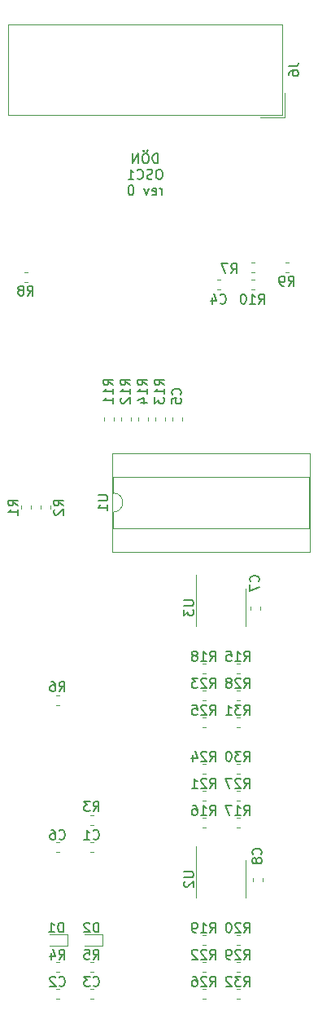
<source format=gbr>
G04 #@! TF.GenerationSoftware,KiCad,Pcbnew,5.1.5-52549c5~84~ubuntu19.04.1*
G04 #@! TF.CreationDate,2020-04-14T21:23:31+02:00*
G04 #@! TF.ProjectId,osc1,6f736331-2e6b-4696-9361-645f70636258,rev?*
G04 #@! TF.SameCoordinates,Original*
G04 #@! TF.FileFunction,Legend,Bot*
G04 #@! TF.FilePolarity,Positive*
%FSLAX46Y46*%
G04 Gerber Fmt 4.6, Leading zero omitted, Abs format (unit mm)*
G04 Created by KiCad (PCBNEW 5.1.5-52549c5~84~ubuntu19.04.1) date 2020-04-14 21:23:31*
%MOMM*%
%LPD*%
G04 APERTURE LIST*
%ADD10C,0.150000*%
%ADD11C,0.120000*%
G04 APERTURE END LIST*
D10*
X95035523Y-84146380D02*
X95035523Y-83146380D01*
X94797428Y-83146380D01*
X94654571Y-83194000D01*
X94559333Y-83289238D01*
X94511714Y-83384476D01*
X94464095Y-83574952D01*
X94464095Y-83717809D01*
X94511714Y-83908285D01*
X94559333Y-84003523D01*
X94654571Y-84098761D01*
X94797428Y-84146380D01*
X95035523Y-84146380D01*
X93845047Y-83146380D02*
X93654571Y-83146380D01*
X93559333Y-83194000D01*
X93464095Y-83289238D01*
X93416476Y-83479714D01*
X93416476Y-83813047D01*
X93464095Y-84003523D01*
X93559333Y-84098761D01*
X93654571Y-84146380D01*
X93845047Y-84146380D01*
X93940285Y-84098761D01*
X94035523Y-84003523D01*
X94083142Y-83813047D01*
X94083142Y-83479714D01*
X94035523Y-83289238D01*
X93940285Y-83194000D01*
X93845047Y-83146380D01*
X93940285Y-82813047D02*
X93892666Y-82860666D01*
X93940285Y-82908285D01*
X93987904Y-82860666D01*
X93940285Y-82813047D01*
X93940285Y-82908285D01*
X93559333Y-82813047D02*
X93511714Y-82860666D01*
X93559333Y-82908285D01*
X93606952Y-82860666D01*
X93559333Y-82813047D01*
X93559333Y-82908285D01*
X92987904Y-84146380D02*
X92987904Y-83146380D01*
X92416476Y-84146380D01*
X92416476Y-83146380D01*
X95273619Y-84796380D02*
X95083142Y-84796380D01*
X94987904Y-84844000D01*
X94892666Y-84939238D01*
X94845047Y-85129714D01*
X94845047Y-85463047D01*
X94892666Y-85653523D01*
X94987904Y-85748761D01*
X95083142Y-85796380D01*
X95273619Y-85796380D01*
X95368857Y-85748761D01*
X95464095Y-85653523D01*
X95511714Y-85463047D01*
X95511714Y-85129714D01*
X95464095Y-84939238D01*
X95368857Y-84844000D01*
X95273619Y-84796380D01*
X94464095Y-85748761D02*
X94321238Y-85796380D01*
X94083142Y-85796380D01*
X93987904Y-85748761D01*
X93940285Y-85701142D01*
X93892666Y-85605904D01*
X93892666Y-85510666D01*
X93940285Y-85415428D01*
X93987904Y-85367809D01*
X94083142Y-85320190D01*
X94273619Y-85272571D01*
X94368857Y-85224952D01*
X94416476Y-85177333D01*
X94464095Y-85082095D01*
X94464095Y-84986857D01*
X94416476Y-84891619D01*
X94368857Y-84844000D01*
X94273619Y-84796380D01*
X94035523Y-84796380D01*
X93892666Y-84844000D01*
X92892666Y-85701142D02*
X92940285Y-85748761D01*
X93083142Y-85796380D01*
X93178380Y-85796380D01*
X93321238Y-85748761D01*
X93416476Y-85653523D01*
X93464095Y-85558285D01*
X93511714Y-85367809D01*
X93511714Y-85224952D01*
X93464095Y-85034476D01*
X93416476Y-84939238D01*
X93321238Y-84844000D01*
X93178380Y-84796380D01*
X93083142Y-84796380D01*
X92940285Y-84844000D01*
X92892666Y-84891619D01*
X91940285Y-85796380D02*
X92511714Y-85796380D01*
X92226000Y-85796380D02*
X92226000Y-84796380D01*
X92321238Y-84939238D01*
X92416476Y-85034476D01*
X92511714Y-85082095D01*
X95464095Y-87446380D02*
X95464095Y-86779714D01*
X95464095Y-86970190D02*
X95416476Y-86874952D01*
X95368857Y-86827333D01*
X95273619Y-86779714D01*
X95178380Y-86779714D01*
X94464095Y-87398761D02*
X94559333Y-87446380D01*
X94749809Y-87446380D01*
X94845047Y-87398761D01*
X94892666Y-87303523D01*
X94892666Y-86922571D01*
X94845047Y-86827333D01*
X94749809Y-86779714D01*
X94559333Y-86779714D01*
X94464095Y-86827333D01*
X94416476Y-86922571D01*
X94416476Y-87017809D01*
X94892666Y-87113047D01*
X94083142Y-86779714D02*
X93845047Y-87446380D01*
X93606952Y-86779714D01*
X92273619Y-86446380D02*
X92178380Y-86446380D01*
X92083142Y-86494000D01*
X92035523Y-86541619D01*
X91987904Y-86636857D01*
X91940285Y-86827333D01*
X91940285Y-87065428D01*
X91987904Y-87255904D01*
X92035523Y-87351142D01*
X92083142Y-87398761D01*
X92178380Y-87446380D01*
X92273619Y-87446380D01*
X92368857Y-87398761D01*
X92416476Y-87351142D01*
X92464095Y-87255904D01*
X92511714Y-87065428D01*
X92511714Y-86827333D01*
X92464095Y-86636857D01*
X92416476Y-86541619D01*
X92368857Y-86494000D01*
X92273619Y-86446380D01*
D11*
X99040000Y-130302000D02*
X99040000Y-126852000D01*
X99040000Y-130302000D02*
X99040000Y-132252000D01*
X104160000Y-130302000D02*
X104160000Y-128352000D01*
X104160000Y-130302000D02*
X104160000Y-132252000D01*
X104900000Y-158684279D02*
X104900000Y-158358721D01*
X105920000Y-158684279D02*
X105920000Y-158358721D01*
X104646000Y-130490279D02*
X104646000Y-130164721D01*
X105666000Y-130490279D02*
X105666000Y-130164721D01*
X87438000Y-165446000D02*
X89288000Y-165446000D01*
X87438000Y-164246000D02*
X89288000Y-164246000D01*
X89288000Y-164246000D02*
X89288000Y-165446000D01*
X83755000Y-165446000D02*
X85605000Y-165446000D01*
X83755000Y-164246000D02*
X85605000Y-164246000D01*
X85605000Y-164246000D02*
X85605000Y-165446000D01*
X99040000Y-158496000D02*
X99040000Y-155046000D01*
X99040000Y-158496000D02*
X99040000Y-160446000D01*
X104160000Y-158496000D02*
X104160000Y-156546000D01*
X104160000Y-158496000D02*
X104160000Y-160446000D01*
X90364000Y-120380000D02*
G75*
G03X90364000Y-118380000I0J1000000D01*
G01*
X90364000Y-118380000D02*
X90364000Y-116730000D01*
X90364000Y-116730000D02*
X110804000Y-116730000D01*
X110804000Y-116730000D02*
X110804000Y-122030000D01*
X110804000Y-122030000D02*
X90364000Y-122030000D01*
X90364000Y-122030000D02*
X90364000Y-120380000D01*
X90304000Y-114240000D02*
X110864000Y-114240000D01*
X110864000Y-114240000D02*
X110864000Y-124520000D01*
X110864000Y-124520000D02*
X90304000Y-124520000D01*
X90304000Y-124520000D02*
X90304000Y-114240000D01*
X103540779Y-170944000D02*
X103215221Y-170944000D01*
X103540779Y-169924000D02*
X103215221Y-169924000D01*
X103540779Y-142750000D02*
X103215221Y-142750000D01*
X103540779Y-141730000D02*
X103215221Y-141730000D01*
X103540779Y-147576000D02*
X103215221Y-147576000D01*
X103540779Y-146556000D02*
X103215221Y-146556000D01*
X103540779Y-168150000D02*
X103215221Y-168150000D01*
X103540779Y-167130000D02*
X103215221Y-167130000D01*
X103540779Y-139956000D02*
X103215221Y-139956000D01*
X103540779Y-138936000D02*
X103215221Y-138936000D01*
X103540779Y-150370000D02*
X103215221Y-150370000D01*
X103540779Y-149350000D02*
X103215221Y-149350000D01*
X99984779Y-170944000D02*
X99659221Y-170944000D01*
X99984779Y-169924000D02*
X99659221Y-169924000D01*
X99984779Y-142750000D02*
X99659221Y-142750000D01*
X99984779Y-141730000D02*
X99659221Y-141730000D01*
X99984779Y-147576000D02*
X99659221Y-147576000D01*
X99984779Y-146556000D02*
X99659221Y-146556000D01*
X99659221Y-138936000D02*
X99984779Y-138936000D01*
X99659221Y-139956000D02*
X99984779Y-139956000D01*
X99659221Y-167130000D02*
X99984779Y-167130000D01*
X99659221Y-168150000D02*
X99984779Y-168150000D01*
X99659221Y-149350000D02*
X99984779Y-149350000D01*
X99659221Y-150370000D02*
X99984779Y-150370000D01*
X103215221Y-164336000D02*
X103540779Y-164336000D01*
X103215221Y-165356000D02*
X103540779Y-165356000D01*
X99984779Y-165356000D02*
X99659221Y-165356000D01*
X99984779Y-164336000D02*
X99659221Y-164336000D01*
X99984779Y-137162000D02*
X99659221Y-137162000D01*
X99984779Y-136142000D02*
X99659221Y-136142000D01*
X103540779Y-153164000D02*
X103215221Y-153164000D01*
X103540779Y-152144000D02*
X103215221Y-152144000D01*
X99984779Y-153164000D02*
X99659221Y-153164000D01*
X99984779Y-152144000D02*
X99659221Y-152144000D01*
X103540779Y-137162000D02*
X103215221Y-137162000D01*
X103540779Y-136142000D02*
X103215221Y-136142000D01*
X92962000Y-110906779D02*
X92962000Y-110581221D01*
X93982000Y-110906779D02*
X93982000Y-110581221D01*
X94740000Y-110906779D02*
X94740000Y-110581221D01*
X95760000Y-110906779D02*
X95760000Y-110581221D01*
X91184000Y-110906779D02*
X91184000Y-110581221D01*
X92204000Y-110906779D02*
X92204000Y-110581221D01*
X89406000Y-110906779D02*
X89406000Y-110581221D01*
X90426000Y-110906779D02*
X90426000Y-110581221D01*
X105064779Y-96264000D02*
X104739221Y-96264000D01*
X105064779Y-97284000D02*
X104739221Y-97284000D01*
X108295221Y-94486000D02*
X108620779Y-94486000D01*
X108295221Y-95506000D02*
X108620779Y-95506000D01*
X81117221Y-95502000D02*
X81442779Y-95502000D01*
X81117221Y-96522000D02*
X81442779Y-96522000D01*
X105064779Y-95506000D02*
X104739221Y-95506000D01*
X105064779Y-94486000D02*
X104739221Y-94486000D01*
X84744779Y-140464000D02*
X84419221Y-140464000D01*
X84744779Y-139444000D02*
X84419221Y-139444000D01*
X88300779Y-168150000D02*
X87975221Y-168150000D01*
X88300779Y-167130000D02*
X87975221Y-167130000D01*
X84744779Y-168150000D02*
X84419221Y-168150000D01*
X84744779Y-167130000D02*
X84419221Y-167130000D01*
X88300779Y-152910000D02*
X87975221Y-152910000D01*
X88300779Y-151890000D02*
X87975221Y-151890000D01*
X82802000Y-120050779D02*
X82802000Y-119725221D01*
X83822000Y-120050779D02*
X83822000Y-119725221D01*
X80770000Y-120050779D02*
X80770000Y-119725221D01*
X81790000Y-120050779D02*
X81790000Y-119725221D01*
X108216000Y-79347000D02*
X108216000Y-76807000D01*
X108216000Y-79347000D02*
X105676000Y-79347000D01*
X107966000Y-79097000D02*
X107966000Y-69747000D01*
X79486000Y-79097000D02*
X107966000Y-79097000D01*
X79486000Y-69747000D02*
X79486000Y-79097000D01*
X107966000Y-69747000D02*
X79486000Y-69747000D01*
X84744779Y-155704000D02*
X84419221Y-155704000D01*
X84744779Y-154684000D02*
X84419221Y-154684000D01*
X96518000Y-110906779D02*
X96518000Y-110581221D01*
X97538000Y-110906779D02*
X97538000Y-110581221D01*
X101183221Y-97284000D02*
X101508779Y-97284000D01*
X101183221Y-96264000D02*
X101508779Y-96264000D01*
X87975221Y-169924000D02*
X88300779Y-169924000D01*
X87975221Y-170944000D02*
X88300779Y-170944000D01*
X84744779Y-170944000D02*
X84419221Y-170944000D01*
X84744779Y-169924000D02*
X84419221Y-169924000D01*
X87975221Y-154684000D02*
X88300779Y-154684000D01*
X87975221Y-155704000D02*
X88300779Y-155704000D01*
D10*
X97750380Y-129540095D02*
X98559904Y-129540095D01*
X98655142Y-129587714D01*
X98702761Y-129635333D01*
X98750380Y-129730571D01*
X98750380Y-129921047D01*
X98702761Y-130016285D01*
X98655142Y-130063904D01*
X98559904Y-130111523D01*
X97750380Y-130111523D01*
X97750380Y-130492476D02*
X97750380Y-131111523D01*
X98131333Y-130778190D01*
X98131333Y-130921047D01*
X98178952Y-131016285D01*
X98226571Y-131063904D01*
X98321809Y-131111523D01*
X98559904Y-131111523D01*
X98655142Y-131063904D01*
X98702761Y-131016285D01*
X98750380Y-130921047D01*
X98750380Y-130635333D01*
X98702761Y-130540095D01*
X98655142Y-130492476D01*
X105767142Y-155916333D02*
X105814761Y-155868714D01*
X105862380Y-155725857D01*
X105862380Y-155630619D01*
X105814761Y-155487761D01*
X105719523Y-155392523D01*
X105624285Y-155344904D01*
X105433809Y-155297285D01*
X105290952Y-155297285D01*
X105100476Y-155344904D01*
X105005238Y-155392523D01*
X104910000Y-155487761D01*
X104862380Y-155630619D01*
X104862380Y-155725857D01*
X104910000Y-155868714D01*
X104957619Y-155916333D01*
X105290952Y-156487761D02*
X105243333Y-156392523D01*
X105195714Y-156344904D01*
X105100476Y-156297285D01*
X105052857Y-156297285D01*
X104957619Y-156344904D01*
X104910000Y-156392523D01*
X104862380Y-156487761D01*
X104862380Y-156678238D01*
X104910000Y-156773476D01*
X104957619Y-156821095D01*
X105052857Y-156868714D01*
X105100476Y-156868714D01*
X105195714Y-156821095D01*
X105243333Y-156773476D01*
X105290952Y-156678238D01*
X105290952Y-156487761D01*
X105338571Y-156392523D01*
X105386190Y-156344904D01*
X105481428Y-156297285D01*
X105671904Y-156297285D01*
X105767142Y-156344904D01*
X105814761Y-156392523D01*
X105862380Y-156487761D01*
X105862380Y-156678238D01*
X105814761Y-156773476D01*
X105767142Y-156821095D01*
X105671904Y-156868714D01*
X105481428Y-156868714D01*
X105386190Y-156821095D01*
X105338571Y-156773476D01*
X105290952Y-156678238D01*
X105513142Y-127595333D02*
X105560761Y-127547714D01*
X105608380Y-127404857D01*
X105608380Y-127309619D01*
X105560761Y-127166761D01*
X105465523Y-127071523D01*
X105370285Y-127023904D01*
X105179809Y-126976285D01*
X105036952Y-126976285D01*
X104846476Y-127023904D01*
X104751238Y-127071523D01*
X104656000Y-127166761D01*
X104608380Y-127309619D01*
X104608380Y-127404857D01*
X104656000Y-127547714D01*
X104703619Y-127595333D01*
X104608380Y-127928666D02*
X104608380Y-128595333D01*
X105608380Y-128166761D01*
X88876095Y-163998380D02*
X88876095Y-162998380D01*
X88638000Y-162998380D01*
X88495142Y-163046000D01*
X88399904Y-163141238D01*
X88352285Y-163236476D01*
X88304666Y-163426952D01*
X88304666Y-163569809D01*
X88352285Y-163760285D01*
X88399904Y-163855523D01*
X88495142Y-163950761D01*
X88638000Y-163998380D01*
X88876095Y-163998380D01*
X87923714Y-163093619D02*
X87876095Y-163046000D01*
X87780857Y-162998380D01*
X87542761Y-162998380D01*
X87447523Y-163046000D01*
X87399904Y-163093619D01*
X87352285Y-163188857D01*
X87352285Y-163284095D01*
X87399904Y-163426952D01*
X87971333Y-163998380D01*
X87352285Y-163998380D01*
X85193095Y-163998380D02*
X85193095Y-162998380D01*
X84955000Y-162998380D01*
X84812142Y-163046000D01*
X84716904Y-163141238D01*
X84669285Y-163236476D01*
X84621666Y-163426952D01*
X84621666Y-163569809D01*
X84669285Y-163760285D01*
X84716904Y-163855523D01*
X84812142Y-163950761D01*
X84955000Y-163998380D01*
X85193095Y-163998380D01*
X83669285Y-163998380D02*
X84240714Y-163998380D01*
X83955000Y-163998380D02*
X83955000Y-162998380D01*
X84050238Y-163141238D01*
X84145476Y-163236476D01*
X84240714Y-163284095D01*
X97750380Y-157734095D02*
X98559904Y-157734095D01*
X98655142Y-157781714D01*
X98702761Y-157829333D01*
X98750380Y-157924571D01*
X98750380Y-158115047D01*
X98702761Y-158210285D01*
X98655142Y-158257904D01*
X98559904Y-158305523D01*
X97750380Y-158305523D01*
X97845619Y-158734095D02*
X97798000Y-158781714D01*
X97750380Y-158876952D01*
X97750380Y-159115047D01*
X97798000Y-159210285D01*
X97845619Y-159257904D01*
X97940857Y-159305523D01*
X98036095Y-159305523D01*
X98178952Y-159257904D01*
X98750380Y-158686476D01*
X98750380Y-159305523D01*
X88816380Y-118618095D02*
X89625904Y-118618095D01*
X89721142Y-118665714D01*
X89768761Y-118713333D01*
X89816380Y-118808571D01*
X89816380Y-118999047D01*
X89768761Y-119094285D01*
X89721142Y-119141904D01*
X89625904Y-119189523D01*
X88816380Y-119189523D01*
X89816380Y-120189523D02*
X89816380Y-119618095D01*
X89816380Y-119903809D02*
X88816380Y-119903809D01*
X88959238Y-119808571D01*
X89054476Y-119713333D01*
X89102095Y-119618095D01*
X104020857Y-169616380D02*
X104354190Y-169140190D01*
X104592285Y-169616380D02*
X104592285Y-168616380D01*
X104211333Y-168616380D01*
X104116095Y-168664000D01*
X104068476Y-168711619D01*
X104020857Y-168806857D01*
X104020857Y-168949714D01*
X104068476Y-169044952D01*
X104116095Y-169092571D01*
X104211333Y-169140190D01*
X104592285Y-169140190D01*
X103687523Y-168616380D02*
X103068476Y-168616380D01*
X103401809Y-168997333D01*
X103258952Y-168997333D01*
X103163714Y-169044952D01*
X103116095Y-169092571D01*
X103068476Y-169187809D01*
X103068476Y-169425904D01*
X103116095Y-169521142D01*
X103163714Y-169568761D01*
X103258952Y-169616380D01*
X103544666Y-169616380D01*
X103639904Y-169568761D01*
X103687523Y-169521142D01*
X102687523Y-168711619D02*
X102639904Y-168664000D01*
X102544666Y-168616380D01*
X102306571Y-168616380D01*
X102211333Y-168664000D01*
X102163714Y-168711619D01*
X102116095Y-168806857D01*
X102116095Y-168902095D01*
X102163714Y-169044952D01*
X102735142Y-169616380D01*
X102116095Y-169616380D01*
X104020857Y-141422380D02*
X104354190Y-140946190D01*
X104592285Y-141422380D02*
X104592285Y-140422380D01*
X104211333Y-140422380D01*
X104116095Y-140470000D01*
X104068476Y-140517619D01*
X104020857Y-140612857D01*
X104020857Y-140755714D01*
X104068476Y-140850952D01*
X104116095Y-140898571D01*
X104211333Y-140946190D01*
X104592285Y-140946190D01*
X103687523Y-140422380D02*
X103068476Y-140422380D01*
X103401809Y-140803333D01*
X103258952Y-140803333D01*
X103163714Y-140850952D01*
X103116095Y-140898571D01*
X103068476Y-140993809D01*
X103068476Y-141231904D01*
X103116095Y-141327142D01*
X103163714Y-141374761D01*
X103258952Y-141422380D01*
X103544666Y-141422380D01*
X103639904Y-141374761D01*
X103687523Y-141327142D01*
X102116095Y-141422380D02*
X102687523Y-141422380D01*
X102401809Y-141422380D02*
X102401809Y-140422380D01*
X102497047Y-140565238D01*
X102592285Y-140660476D01*
X102687523Y-140708095D01*
X104020857Y-146248380D02*
X104354190Y-145772190D01*
X104592285Y-146248380D02*
X104592285Y-145248380D01*
X104211333Y-145248380D01*
X104116095Y-145296000D01*
X104068476Y-145343619D01*
X104020857Y-145438857D01*
X104020857Y-145581714D01*
X104068476Y-145676952D01*
X104116095Y-145724571D01*
X104211333Y-145772190D01*
X104592285Y-145772190D01*
X103687523Y-145248380D02*
X103068476Y-145248380D01*
X103401809Y-145629333D01*
X103258952Y-145629333D01*
X103163714Y-145676952D01*
X103116095Y-145724571D01*
X103068476Y-145819809D01*
X103068476Y-146057904D01*
X103116095Y-146153142D01*
X103163714Y-146200761D01*
X103258952Y-146248380D01*
X103544666Y-146248380D01*
X103639904Y-146200761D01*
X103687523Y-146153142D01*
X102449428Y-145248380D02*
X102354190Y-145248380D01*
X102258952Y-145296000D01*
X102211333Y-145343619D01*
X102163714Y-145438857D01*
X102116095Y-145629333D01*
X102116095Y-145867428D01*
X102163714Y-146057904D01*
X102211333Y-146153142D01*
X102258952Y-146200761D01*
X102354190Y-146248380D01*
X102449428Y-146248380D01*
X102544666Y-146200761D01*
X102592285Y-146153142D01*
X102639904Y-146057904D01*
X102687523Y-145867428D01*
X102687523Y-145629333D01*
X102639904Y-145438857D01*
X102592285Y-145343619D01*
X102544666Y-145296000D01*
X102449428Y-145248380D01*
X104020857Y-166822380D02*
X104354190Y-166346190D01*
X104592285Y-166822380D02*
X104592285Y-165822380D01*
X104211333Y-165822380D01*
X104116095Y-165870000D01*
X104068476Y-165917619D01*
X104020857Y-166012857D01*
X104020857Y-166155714D01*
X104068476Y-166250952D01*
X104116095Y-166298571D01*
X104211333Y-166346190D01*
X104592285Y-166346190D01*
X103639904Y-165917619D02*
X103592285Y-165870000D01*
X103497047Y-165822380D01*
X103258952Y-165822380D01*
X103163714Y-165870000D01*
X103116095Y-165917619D01*
X103068476Y-166012857D01*
X103068476Y-166108095D01*
X103116095Y-166250952D01*
X103687523Y-166822380D01*
X103068476Y-166822380D01*
X102592285Y-166822380D02*
X102401809Y-166822380D01*
X102306571Y-166774761D01*
X102258952Y-166727142D01*
X102163714Y-166584285D01*
X102116095Y-166393809D01*
X102116095Y-166012857D01*
X102163714Y-165917619D01*
X102211333Y-165870000D01*
X102306571Y-165822380D01*
X102497047Y-165822380D01*
X102592285Y-165870000D01*
X102639904Y-165917619D01*
X102687523Y-166012857D01*
X102687523Y-166250952D01*
X102639904Y-166346190D01*
X102592285Y-166393809D01*
X102497047Y-166441428D01*
X102306571Y-166441428D01*
X102211333Y-166393809D01*
X102163714Y-166346190D01*
X102116095Y-166250952D01*
X104020857Y-138628380D02*
X104354190Y-138152190D01*
X104592285Y-138628380D02*
X104592285Y-137628380D01*
X104211333Y-137628380D01*
X104116095Y-137676000D01*
X104068476Y-137723619D01*
X104020857Y-137818857D01*
X104020857Y-137961714D01*
X104068476Y-138056952D01*
X104116095Y-138104571D01*
X104211333Y-138152190D01*
X104592285Y-138152190D01*
X103639904Y-137723619D02*
X103592285Y-137676000D01*
X103497047Y-137628380D01*
X103258952Y-137628380D01*
X103163714Y-137676000D01*
X103116095Y-137723619D01*
X103068476Y-137818857D01*
X103068476Y-137914095D01*
X103116095Y-138056952D01*
X103687523Y-138628380D01*
X103068476Y-138628380D01*
X102497047Y-138056952D02*
X102592285Y-138009333D01*
X102639904Y-137961714D01*
X102687523Y-137866476D01*
X102687523Y-137818857D01*
X102639904Y-137723619D01*
X102592285Y-137676000D01*
X102497047Y-137628380D01*
X102306571Y-137628380D01*
X102211333Y-137676000D01*
X102163714Y-137723619D01*
X102116095Y-137818857D01*
X102116095Y-137866476D01*
X102163714Y-137961714D01*
X102211333Y-138009333D01*
X102306571Y-138056952D01*
X102497047Y-138056952D01*
X102592285Y-138104571D01*
X102639904Y-138152190D01*
X102687523Y-138247428D01*
X102687523Y-138437904D01*
X102639904Y-138533142D01*
X102592285Y-138580761D01*
X102497047Y-138628380D01*
X102306571Y-138628380D01*
X102211333Y-138580761D01*
X102163714Y-138533142D01*
X102116095Y-138437904D01*
X102116095Y-138247428D01*
X102163714Y-138152190D01*
X102211333Y-138104571D01*
X102306571Y-138056952D01*
X104020857Y-149042380D02*
X104354190Y-148566190D01*
X104592285Y-149042380D02*
X104592285Y-148042380D01*
X104211333Y-148042380D01*
X104116095Y-148090000D01*
X104068476Y-148137619D01*
X104020857Y-148232857D01*
X104020857Y-148375714D01*
X104068476Y-148470952D01*
X104116095Y-148518571D01*
X104211333Y-148566190D01*
X104592285Y-148566190D01*
X103639904Y-148137619D02*
X103592285Y-148090000D01*
X103497047Y-148042380D01*
X103258952Y-148042380D01*
X103163714Y-148090000D01*
X103116095Y-148137619D01*
X103068476Y-148232857D01*
X103068476Y-148328095D01*
X103116095Y-148470952D01*
X103687523Y-149042380D01*
X103068476Y-149042380D01*
X102735142Y-148042380D02*
X102068476Y-148042380D01*
X102497047Y-149042380D01*
X100464857Y-169616380D02*
X100798190Y-169140190D01*
X101036285Y-169616380D02*
X101036285Y-168616380D01*
X100655333Y-168616380D01*
X100560095Y-168664000D01*
X100512476Y-168711619D01*
X100464857Y-168806857D01*
X100464857Y-168949714D01*
X100512476Y-169044952D01*
X100560095Y-169092571D01*
X100655333Y-169140190D01*
X101036285Y-169140190D01*
X100083904Y-168711619D02*
X100036285Y-168664000D01*
X99941047Y-168616380D01*
X99702952Y-168616380D01*
X99607714Y-168664000D01*
X99560095Y-168711619D01*
X99512476Y-168806857D01*
X99512476Y-168902095D01*
X99560095Y-169044952D01*
X100131523Y-169616380D01*
X99512476Y-169616380D01*
X98655333Y-168616380D02*
X98845809Y-168616380D01*
X98941047Y-168664000D01*
X98988666Y-168711619D01*
X99083904Y-168854476D01*
X99131523Y-169044952D01*
X99131523Y-169425904D01*
X99083904Y-169521142D01*
X99036285Y-169568761D01*
X98941047Y-169616380D01*
X98750571Y-169616380D01*
X98655333Y-169568761D01*
X98607714Y-169521142D01*
X98560095Y-169425904D01*
X98560095Y-169187809D01*
X98607714Y-169092571D01*
X98655333Y-169044952D01*
X98750571Y-168997333D01*
X98941047Y-168997333D01*
X99036285Y-169044952D01*
X99083904Y-169092571D01*
X99131523Y-169187809D01*
X100464857Y-141422380D02*
X100798190Y-140946190D01*
X101036285Y-141422380D02*
X101036285Y-140422380D01*
X100655333Y-140422380D01*
X100560095Y-140470000D01*
X100512476Y-140517619D01*
X100464857Y-140612857D01*
X100464857Y-140755714D01*
X100512476Y-140850952D01*
X100560095Y-140898571D01*
X100655333Y-140946190D01*
X101036285Y-140946190D01*
X100083904Y-140517619D02*
X100036285Y-140470000D01*
X99941047Y-140422380D01*
X99702952Y-140422380D01*
X99607714Y-140470000D01*
X99560095Y-140517619D01*
X99512476Y-140612857D01*
X99512476Y-140708095D01*
X99560095Y-140850952D01*
X100131523Y-141422380D01*
X99512476Y-141422380D01*
X98607714Y-140422380D02*
X99083904Y-140422380D01*
X99131523Y-140898571D01*
X99083904Y-140850952D01*
X98988666Y-140803333D01*
X98750571Y-140803333D01*
X98655333Y-140850952D01*
X98607714Y-140898571D01*
X98560095Y-140993809D01*
X98560095Y-141231904D01*
X98607714Y-141327142D01*
X98655333Y-141374761D01*
X98750571Y-141422380D01*
X98988666Y-141422380D01*
X99083904Y-141374761D01*
X99131523Y-141327142D01*
X100464857Y-146248380D02*
X100798190Y-145772190D01*
X101036285Y-146248380D02*
X101036285Y-145248380D01*
X100655333Y-145248380D01*
X100560095Y-145296000D01*
X100512476Y-145343619D01*
X100464857Y-145438857D01*
X100464857Y-145581714D01*
X100512476Y-145676952D01*
X100560095Y-145724571D01*
X100655333Y-145772190D01*
X101036285Y-145772190D01*
X100083904Y-145343619D02*
X100036285Y-145296000D01*
X99941047Y-145248380D01*
X99702952Y-145248380D01*
X99607714Y-145296000D01*
X99560095Y-145343619D01*
X99512476Y-145438857D01*
X99512476Y-145534095D01*
X99560095Y-145676952D01*
X100131523Y-146248380D01*
X99512476Y-146248380D01*
X98655333Y-145581714D02*
X98655333Y-146248380D01*
X98893428Y-145200761D02*
X99131523Y-145915047D01*
X98512476Y-145915047D01*
X100464857Y-138628380D02*
X100798190Y-138152190D01*
X101036285Y-138628380D02*
X101036285Y-137628380D01*
X100655333Y-137628380D01*
X100560095Y-137676000D01*
X100512476Y-137723619D01*
X100464857Y-137818857D01*
X100464857Y-137961714D01*
X100512476Y-138056952D01*
X100560095Y-138104571D01*
X100655333Y-138152190D01*
X101036285Y-138152190D01*
X100083904Y-137723619D02*
X100036285Y-137676000D01*
X99941047Y-137628380D01*
X99702952Y-137628380D01*
X99607714Y-137676000D01*
X99560095Y-137723619D01*
X99512476Y-137818857D01*
X99512476Y-137914095D01*
X99560095Y-138056952D01*
X100131523Y-138628380D01*
X99512476Y-138628380D01*
X99179142Y-137628380D02*
X98560095Y-137628380D01*
X98893428Y-138009333D01*
X98750571Y-138009333D01*
X98655333Y-138056952D01*
X98607714Y-138104571D01*
X98560095Y-138199809D01*
X98560095Y-138437904D01*
X98607714Y-138533142D01*
X98655333Y-138580761D01*
X98750571Y-138628380D01*
X99036285Y-138628380D01*
X99131523Y-138580761D01*
X99179142Y-138533142D01*
X100464857Y-166822380D02*
X100798190Y-166346190D01*
X101036285Y-166822380D02*
X101036285Y-165822380D01*
X100655333Y-165822380D01*
X100560095Y-165870000D01*
X100512476Y-165917619D01*
X100464857Y-166012857D01*
X100464857Y-166155714D01*
X100512476Y-166250952D01*
X100560095Y-166298571D01*
X100655333Y-166346190D01*
X101036285Y-166346190D01*
X100083904Y-165917619D02*
X100036285Y-165870000D01*
X99941047Y-165822380D01*
X99702952Y-165822380D01*
X99607714Y-165870000D01*
X99560095Y-165917619D01*
X99512476Y-166012857D01*
X99512476Y-166108095D01*
X99560095Y-166250952D01*
X100131523Y-166822380D01*
X99512476Y-166822380D01*
X99131523Y-165917619D02*
X99083904Y-165870000D01*
X98988666Y-165822380D01*
X98750571Y-165822380D01*
X98655333Y-165870000D01*
X98607714Y-165917619D01*
X98560095Y-166012857D01*
X98560095Y-166108095D01*
X98607714Y-166250952D01*
X99179142Y-166822380D01*
X98560095Y-166822380D01*
X100464857Y-149042380D02*
X100798190Y-148566190D01*
X101036285Y-149042380D02*
X101036285Y-148042380D01*
X100655333Y-148042380D01*
X100560095Y-148090000D01*
X100512476Y-148137619D01*
X100464857Y-148232857D01*
X100464857Y-148375714D01*
X100512476Y-148470952D01*
X100560095Y-148518571D01*
X100655333Y-148566190D01*
X101036285Y-148566190D01*
X100083904Y-148137619D02*
X100036285Y-148090000D01*
X99941047Y-148042380D01*
X99702952Y-148042380D01*
X99607714Y-148090000D01*
X99560095Y-148137619D01*
X99512476Y-148232857D01*
X99512476Y-148328095D01*
X99560095Y-148470952D01*
X100131523Y-149042380D01*
X99512476Y-149042380D01*
X98560095Y-149042380D02*
X99131523Y-149042380D01*
X98845809Y-149042380D02*
X98845809Y-148042380D01*
X98941047Y-148185238D01*
X99036285Y-148280476D01*
X99131523Y-148328095D01*
X104020857Y-164028380D02*
X104354190Y-163552190D01*
X104592285Y-164028380D02*
X104592285Y-163028380D01*
X104211333Y-163028380D01*
X104116095Y-163076000D01*
X104068476Y-163123619D01*
X104020857Y-163218857D01*
X104020857Y-163361714D01*
X104068476Y-163456952D01*
X104116095Y-163504571D01*
X104211333Y-163552190D01*
X104592285Y-163552190D01*
X103639904Y-163123619D02*
X103592285Y-163076000D01*
X103497047Y-163028380D01*
X103258952Y-163028380D01*
X103163714Y-163076000D01*
X103116095Y-163123619D01*
X103068476Y-163218857D01*
X103068476Y-163314095D01*
X103116095Y-163456952D01*
X103687523Y-164028380D01*
X103068476Y-164028380D01*
X102449428Y-163028380D02*
X102354190Y-163028380D01*
X102258952Y-163076000D01*
X102211333Y-163123619D01*
X102163714Y-163218857D01*
X102116095Y-163409333D01*
X102116095Y-163647428D01*
X102163714Y-163837904D01*
X102211333Y-163933142D01*
X102258952Y-163980761D01*
X102354190Y-164028380D01*
X102449428Y-164028380D01*
X102544666Y-163980761D01*
X102592285Y-163933142D01*
X102639904Y-163837904D01*
X102687523Y-163647428D01*
X102687523Y-163409333D01*
X102639904Y-163218857D01*
X102592285Y-163123619D01*
X102544666Y-163076000D01*
X102449428Y-163028380D01*
X100464857Y-164028380D02*
X100798190Y-163552190D01*
X101036285Y-164028380D02*
X101036285Y-163028380D01*
X100655333Y-163028380D01*
X100560095Y-163076000D01*
X100512476Y-163123619D01*
X100464857Y-163218857D01*
X100464857Y-163361714D01*
X100512476Y-163456952D01*
X100560095Y-163504571D01*
X100655333Y-163552190D01*
X101036285Y-163552190D01*
X99512476Y-164028380D02*
X100083904Y-164028380D01*
X99798190Y-164028380D02*
X99798190Y-163028380D01*
X99893428Y-163171238D01*
X99988666Y-163266476D01*
X100083904Y-163314095D01*
X99036285Y-164028380D02*
X98845809Y-164028380D01*
X98750571Y-163980761D01*
X98702952Y-163933142D01*
X98607714Y-163790285D01*
X98560095Y-163599809D01*
X98560095Y-163218857D01*
X98607714Y-163123619D01*
X98655333Y-163076000D01*
X98750571Y-163028380D01*
X98941047Y-163028380D01*
X99036285Y-163076000D01*
X99083904Y-163123619D01*
X99131523Y-163218857D01*
X99131523Y-163456952D01*
X99083904Y-163552190D01*
X99036285Y-163599809D01*
X98941047Y-163647428D01*
X98750571Y-163647428D01*
X98655333Y-163599809D01*
X98607714Y-163552190D01*
X98560095Y-163456952D01*
X100464857Y-135834380D02*
X100798190Y-135358190D01*
X101036285Y-135834380D02*
X101036285Y-134834380D01*
X100655333Y-134834380D01*
X100560095Y-134882000D01*
X100512476Y-134929619D01*
X100464857Y-135024857D01*
X100464857Y-135167714D01*
X100512476Y-135262952D01*
X100560095Y-135310571D01*
X100655333Y-135358190D01*
X101036285Y-135358190D01*
X99512476Y-135834380D02*
X100083904Y-135834380D01*
X99798190Y-135834380D02*
X99798190Y-134834380D01*
X99893428Y-134977238D01*
X99988666Y-135072476D01*
X100083904Y-135120095D01*
X98941047Y-135262952D02*
X99036285Y-135215333D01*
X99083904Y-135167714D01*
X99131523Y-135072476D01*
X99131523Y-135024857D01*
X99083904Y-134929619D01*
X99036285Y-134882000D01*
X98941047Y-134834380D01*
X98750571Y-134834380D01*
X98655333Y-134882000D01*
X98607714Y-134929619D01*
X98560095Y-135024857D01*
X98560095Y-135072476D01*
X98607714Y-135167714D01*
X98655333Y-135215333D01*
X98750571Y-135262952D01*
X98941047Y-135262952D01*
X99036285Y-135310571D01*
X99083904Y-135358190D01*
X99131523Y-135453428D01*
X99131523Y-135643904D01*
X99083904Y-135739142D01*
X99036285Y-135786761D01*
X98941047Y-135834380D01*
X98750571Y-135834380D01*
X98655333Y-135786761D01*
X98607714Y-135739142D01*
X98560095Y-135643904D01*
X98560095Y-135453428D01*
X98607714Y-135358190D01*
X98655333Y-135310571D01*
X98750571Y-135262952D01*
X104020857Y-151836380D02*
X104354190Y-151360190D01*
X104592285Y-151836380D02*
X104592285Y-150836380D01*
X104211333Y-150836380D01*
X104116095Y-150884000D01*
X104068476Y-150931619D01*
X104020857Y-151026857D01*
X104020857Y-151169714D01*
X104068476Y-151264952D01*
X104116095Y-151312571D01*
X104211333Y-151360190D01*
X104592285Y-151360190D01*
X103068476Y-151836380D02*
X103639904Y-151836380D01*
X103354190Y-151836380D02*
X103354190Y-150836380D01*
X103449428Y-150979238D01*
X103544666Y-151074476D01*
X103639904Y-151122095D01*
X102735142Y-150836380D02*
X102068476Y-150836380D01*
X102497047Y-151836380D01*
X100464857Y-151836380D02*
X100798190Y-151360190D01*
X101036285Y-151836380D02*
X101036285Y-150836380D01*
X100655333Y-150836380D01*
X100560095Y-150884000D01*
X100512476Y-150931619D01*
X100464857Y-151026857D01*
X100464857Y-151169714D01*
X100512476Y-151264952D01*
X100560095Y-151312571D01*
X100655333Y-151360190D01*
X101036285Y-151360190D01*
X99512476Y-151836380D02*
X100083904Y-151836380D01*
X99798190Y-151836380D02*
X99798190Y-150836380D01*
X99893428Y-150979238D01*
X99988666Y-151074476D01*
X100083904Y-151122095D01*
X98655333Y-150836380D02*
X98845809Y-150836380D01*
X98941047Y-150884000D01*
X98988666Y-150931619D01*
X99083904Y-151074476D01*
X99131523Y-151264952D01*
X99131523Y-151645904D01*
X99083904Y-151741142D01*
X99036285Y-151788761D01*
X98941047Y-151836380D01*
X98750571Y-151836380D01*
X98655333Y-151788761D01*
X98607714Y-151741142D01*
X98560095Y-151645904D01*
X98560095Y-151407809D01*
X98607714Y-151312571D01*
X98655333Y-151264952D01*
X98750571Y-151217333D01*
X98941047Y-151217333D01*
X99036285Y-151264952D01*
X99083904Y-151312571D01*
X99131523Y-151407809D01*
X104020857Y-135834380D02*
X104354190Y-135358190D01*
X104592285Y-135834380D02*
X104592285Y-134834380D01*
X104211333Y-134834380D01*
X104116095Y-134882000D01*
X104068476Y-134929619D01*
X104020857Y-135024857D01*
X104020857Y-135167714D01*
X104068476Y-135262952D01*
X104116095Y-135310571D01*
X104211333Y-135358190D01*
X104592285Y-135358190D01*
X103068476Y-135834380D02*
X103639904Y-135834380D01*
X103354190Y-135834380D02*
X103354190Y-134834380D01*
X103449428Y-134977238D01*
X103544666Y-135072476D01*
X103639904Y-135120095D01*
X102163714Y-134834380D02*
X102639904Y-134834380D01*
X102687523Y-135310571D01*
X102639904Y-135262952D01*
X102544666Y-135215333D01*
X102306571Y-135215333D01*
X102211333Y-135262952D01*
X102163714Y-135310571D01*
X102116095Y-135405809D01*
X102116095Y-135643904D01*
X102163714Y-135739142D01*
X102211333Y-135786761D01*
X102306571Y-135834380D01*
X102544666Y-135834380D01*
X102639904Y-135786761D01*
X102687523Y-135739142D01*
X93924380Y-107180142D02*
X93448190Y-106846809D01*
X93924380Y-106608714D02*
X92924380Y-106608714D01*
X92924380Y-106989666D01*
X92972000Y-107084904D01*
X93019619Y-107132523D01*
X93114857Y-107180142D01*
X93257714Y-107180142D01*
X93352952Y-107132523D01*
X93400571Y-107084904D01*
X93448190Y-106989666D01*
X93448190Y-106608714D01*
X93924380Y-108132523D02*
X93924380Y-107561095D01*
X93924380Y-107846809D02*
X92924380Y-107846809D01*
X93067238Y-107751571D01*
X93162476Y-107656333D01*
X93210095Y-107561095D01*
X93257714Y-108989666D02*
X93924380Y-108989666D01*
X92876761Y-108751571D02*
X93591047Y-108513476D01*
X93591047Y-109132523D01*
X95702380Y-107180142D02*
X95226190Y-106846809D01*
X95702380Y-106608714D02*
X94702380Y-106608714D01*
X94702380Y-106989666D01*
X94750000Y-107084904D01*
X94797619Y-107132523D01*
X94892857Y-107180142D01*
X95035714Y-107180142D01*
X95130952Y-107132523D01*
X95178571Y-107084904D01*
X95226190Y-106989666D01*
X95226190Y-106608714D01*
X95702380Y-108132523D02*
X95702380Y-107561095D01*
X95702380Y-107846809D02*
X94702380Y-107846809D01*
X94845238Y-107751571D01*
X94940476Y-107656333D01*
X94988095Y-107561095D01*
X94702380Y-108465857D02*
X94702380Y-109084904D01*
X95083333Y-108751571D01*
X95083333Y-108894428D01*
X95130952Y-108989666D01*
X95178571Y-109037285D01*
X95273809Y-109084904D01*
X95511904Y-109084904D01*
X95607142Y-109037285D01*
X95654761Y-108989666D01*
X95702380Y-108894428D01*
X95702380Y-108608714D01*
X95654761Y-108513476D01*
X95607142Y-108465857D01*
X92146380Y-107180142D02*
X91670190Y-106846809D01*
X92146380Y-106608714D02*
X91146380Y-106608714D01*
X91146380Y-106989666D01*
X91194000Y-107084904D01*
X91241619Y-107132523D01*
X91336857Y-107180142D01*
X91479714Y-107180142D01*
X91574952Y-107132523D01*
X91622571Y-107084904D01*
X91670190Y-106989666D01*
X91670190Y-106608714D01*
X92146380Y-108132523D02*
X92146380Y-107561095D01*
X92146380Y-107846809D02*
X91146380Y-107846809D01*
X91289238Y-107751571D01*
X91384476Y-107656333D01*
X91432095Y-107561095D01*
X91241619Y-108513476D02*
X91194000Y-108561095D01*
X91146380Y-108656333D01*
X91146380Y-108894428D01*
X91194000Y-108989666D01*
X91241619Y-109037285D01*
X91336857Y-109084904D01*
X91432095Y-109084904D01*
X91574952Y-109037285D01*
X92146380Y-108465857D01*
X92146380Y-109084904D01*
X90368380Y-107180142D02*
X89892190Y-106846809D01*
X90368380Y-106608714D02*
X89368380Y-106608714D01*
X89368380Y-106989666D01*
X89416000Y-107084904D01*
X89463619Y-107132523D01*
X89558857Y-107180142D01*
X89701714Y-107180142D01*
X89796952Y-107132523D01*
X89844571Y-107084904D01*
X89892190Y-106989666D01*
X89892190Y-106608714D01*
X90368380Y-108132523D02*
X90368380Y-107561095D01*
X90368380Y-107846809D02*
X89368380Y-107846809D01*
X89511238Y-107751571D01*
X89606476Y-107656333D01*
X89654095Y-107561095D01*
X90368380Y-109084904D02*
X90368380Y-108513476D01*
X90368380Y-108799190D02*
X89368380Y-108799190D01*
X89511238Y-108703952D01*
X89606476Y-108608714D01*
X89654095Y-108513476D01*
X105544857Y-98750380D02*
X105878190Y-98274190D01*
X106116285Y-98750380D02*
X106116285Y-97750380D01*
X105735333Y-97750380D01*
X105640095Y-97798000D01*
X105592476Y-97845619D01*
X105544857Y-97940857D01*
X105544857Y-98083714D01*
X105592476Y-98178952D01*
X105640095Y-98226571D01*
X105735333Y-98274190D01*
X106116285Y-98274190D01*
X104592476Y-98750380D02*
X105163904Y-98750380D01*
X104878190Y-98750380D02*
X104878190Y-97750380D01*
X104973428Y-97893238D01*
X105068666Y-97988476D01*
X105163904Y-98036095D01*
X103973428Y-97750380D02*
X103878190Y-97750380D01*
X103782952Y-97798000D01*
X103735333Y-97845619D01*
X103687714Y-97940857D01*
X103640095Y-98131333D01*
X103640095Y-98369428D01*
X103687714Y-98559904D01*
X103735333Y-98655142D01*
X103782952Y-98702761D01*
X103878190Y-98750380D01*
X103973428Y-98750380D01*
X104068666Y-98702761D01*
X104116285Y-98655142D01*
X104163904Y-98559904D01*
X104211523Y-98369428D01*
X104211523Y-98131333D01*
X104163904Y-97940857D01*
X104116285Y-97845619D01*
X104068666Y-97798000D01*
X103973428Y-97750380D01*
X108624666Y-96878380D02*
X108958000Y-96402190D01*
X109196095Y-96878380D02*
X109196095Y-95878380D01*
X108815142Y-95878380D01*
X108719904Y-95926000D01*
X108672285Y-95973619D01*
X108624666Y-96068857D01*
X108624666Y-96211714D01*
X108672285Y-96306952D01*
X108719904Y-96354571D01*
X108815142Y-96402190D01*
X109196095Y-96402190D01*
X108148476Y-96878380D02*
X107958000Y-96878380D01*
X107862761Y-96830761D01*
X107815142Y-96783142D01*
X107719904Y-96640285D01*
X107672285Y-96449809D01*
X107672285Y-96068857D01*
X107719904Y-95973619D01*
X107767523Y-95926000D01*
X107862761Y-95878380D01*
X108053238Y-95878380D01*
X108148476Y-95926000D01*
X108196095Y-95973619D01*
X108243714Y-96068857D01*
X108243714Y-96306952D01*
X108196095Y-96402190D01*
X108148476Y-96449809D01*
X108053238Y-96497428D01*
X107862761Y-96497428D01*
X107767523Y-96449809D01*
X107719904Y-96402190D01*
X107672285Y-96306952D01*
X81446666Y-97894380D02*
X81780000Y-97418190D01*
X82018095Y-97894380D02*
X82018095Y-96894380D01*
X81637142Y-96894380D01*
X81541904Y-96942000D01*
X81494285Y-96989619D01*
X81446666Y-97084857D01*
X81446666Y-97227714D01*
X81494285Y-97322952D01*
X81541904Y-97370571D01*
X81637142Y-97418190D01*
X82018095Y-97418190D01*
X80875238Y-97322952D02*
X80970476Y-97275333D01*
X81018095Y-97227714D01*
X81065714Y-97132476D01*
X81065714Y-97084857D01*
X81018095Y-96989619D01*
X80970476Y-96942000D01*
X80875238Y-96894380D01*
X80684761Y-96894380D01*
X80589523Y-96942000D01*
X80541904Y-96989619D01*
X80494285Y-97084857D01*
X80494285Y-97132476D01*
X80541904Y-97227714D01*
X80589523Y-97275333D01*
X80684761Y-97322952D01*
X80875238Y-97322952D01*
X80970476Y-97370571D01*
X81018095Y-97418190D01*
X81065714Y-97513428D01*
X81065714Y-97703904D01*
X81018095Y-97799142D01*
X80970476Y-97846761D01*
X80875238Y-97894380D01*
X80684761Y-97894380D01*
X80589523Y-97846761D01*
X80541904Y-97799142D01*
X80494285Y-97703904D01*
X80494285Y-97513428D01*
X80541904Y-97418190D01*
X80589523Y-97370571D01*
X80684761Y-97322952D01*
X102655666Y-95575380D02*
X102989000Y-95099190D01*
X103227095Y-95575380D02*
X103227095Y-94575380D01*
X102846142Y-94575380D01*
X102750904Y-94623000D01*
X102703285Y-94670619D01*
X102655666Y-94765857D01*
X102655666Y-94908714D01*
X102703285Y-95003952D01*
X102750904Y-95051571D01*
X102846142Y-95099190D01*
X103227095Y-95099190D01*
X102322333Y-94575380D02*
X101655666Y-94575380D01*
X102084238Y-95575380D01*
X84748666Y-138976380D02*
X85082000Y-138500190D01*
X85320095Y-138976380D02*
X85320095Y-137976380D01*
X84939142Y-137976380D01*
X84843904Y-138024000D01*
X84796285Y-138071619D01*
X84748666Y-138166857D01*
X84748666Y-138309714D01*
X84796285Y-138404952D01*
X84843904Y-138452571D01*
X84939142Y-138500190D01*
X85320095Y-138500190D01*
X83891523Y-137976380D02*
X84082000Y-137976380D01*
X84177238Y-138024000D01*
X84224857Y-138071619D01*
X84320095Y-138214476D01*
X84367714Y-138404952D01*
X84367714Y-138785904D01*
X84320095Y-138881142D01*
X84272476Y-138928761D01*
X84177238Y-138976380D01*
X83986761Y-138976380D01*
X83891523Y-138928761D01*
X83843904Y-138881142D01*
X83796285Y-138785904D01*
X83796285Y-138547809D01*
X83843904Y-138452571D01*
X83891523Y-138404952D01*
X83986761Y-138357333D01*
X84177238Y-138357333D01*
X84272476Y-138404952D01*
X84320095Y-138452571D01*
X84367714Y-138547809D01*
X88304666Y-166822380D02*
X88638000Y-166346190D01*
X88876095Y-166822380D02*
X88876095Y-165822380D01*
X88495142Y-165822380D01*
X88399904Y-165870000D01*
X88352285Y-165917619D01*
X88304666Y-166012857D01*
X88304666Y-166155714D01*
X88352285Y-166250952D01*
X88399904Y-166298571D01*
X88495142Y-166346190D01*
X88876095Y-166346190D01*
X87399904Y-165822380D02*
X87876095Y-165822380D01*
X87923714Y-166298571D01*
X87876095Y-166250952D01*
X87780857Y-166203333D01*
X87542761Y-166203333D01*
X87447523Y-166250952D01*
X87399904Y-166298571D01*
X87352285Y-166393809D01*
X87352285Y-166631904D01*
X87399904Y-166727142D01*
X87447523Y-166774761D01*
X87542761Y-166822380D01*
X87780857Y-166822380D01*
X87876095Y-166774761D01*
X87923714Y-166727142D01*
X84748666Y-166822380D02*
X85082000Y-166346190D01*
X85320095Y-166822380D02*
X85320095Y-165822380D01*
X84939142Y-165822380D01*
X84843904Y-165870000D01*
X84796285Y-165917619D01*
X84748666Y-166012857D01*
X84748666Y-166155714D01*
X84796285Y-166250952D01*
X84843904Y-166298571D01*
X84939142Y-166346190D01*
X85320095Y-166346190D01*
X83891523Y-166155714D02*
X83891523Y-166822380D01*
X84129619Y-165774761D02*
X84367714Y-166489047D01*
X83748666Y-166489047D01*
X88304666Y-151422380D02*
X88638000Y-150946190D01*
X88876095Y-151422380D02*
X88876095Y-150422380D01*
X88495142Y-150422380D01*
X88399904Y-150470000D01*
X88352285Y-150517619D01*
X88304666Y-150612857D01*
X88304666Y-150755714D01*
X88352285Y-150850952D01*
X88399904Y-150898571D01*
X88495142Y-150946190D01*
X88876095Y-150946190D01*
X87971333Y-150422380D02*
X87352285Y-150422380D01*
X87685619Y-150803333D01*
X87542761Y-150803333D01*
X87447523Y-150850952D01*
X87399904Y-150898571D01*
X87352285Y-150993809D01*
X87352285Y-151231904D01*
X87399904Y-151327142D01*
X87447523Y-151374761D01*
X87542761Y-151422380D01*
X87828476Y-151422380D01*
X87923714Y-151374761D01*
X87971333Y-151327142D01*
X85194380Y-119721333D02*
X84718190Y-119388000D01*
X85194380Y-119149904D02*
X84194380Y-119149904D01*
X84194380Y-119530857D01*
X84242000Y-119626095D01*
X84289619Y-119673714D01*
X84384857Y-119721333D01*
X84527714Y-119721333D01*
X84622952Y-119673714D01*
X84670571Y-119626095D01*
X84718190Y-119530857D01*
X84718190Y-119149904D01*
X84289619Y-120102285D02*
X84242000Y-120149904D01*
X84194380Y-120245142D01*
X84194380Y-120483238D01*
X84242000Y-120578476D01*
X84289619Y-120626095D01*
X84384857Y-120673714D01*
X84480095Y-120673714D01*
X84622952Y-120626095D01*
X85194380Y-120054666D01*
X85194380Y-120673714D01*
X80462380Y-119721333D02*
X79986190Y-119388000D01*
X80462380Y-119149904D02*
X79462380Y-119149904D01*
X79462380Y-119530857D01*
X79510000Y-119626095D01*
X79557619Y-119673714D01*
X79652857Y-119721333D01*
X79795714Y-119721333D01*
X79890952Y-119673714D01*
X79938571Y-119626095D01*
X79986190Y-119530857D01*
X79986190Y-119149904D01*
X80462380Y-120673714D02*
X80462380Y-120102285D01*
X80462380Y-120388000D02*
X79462380Y-120388000D01*
X79605238Y-120292761D01*
X79700476Y-120197523D01*
X79748095Y-120102285D01*
X108672380Y-74088666D02*
X109386666Y-74088666D01*
X109529523Y-74041047D01*
X109624761Y-73945809D01*
X109672380Y-73802952D01*
X109672380Y-73707714D01*
X108672380Y-74993428D02*
X108672380Y-74802952D01*
X108720000Y-74707714D01*
X108767619Y-74660095D01*
X108910476Y-74564857D01*
X109100952Y-74517238D01*
X109481904Y-74517238D01*
X109577142Y-74564857D01*
X109624761Y-74612476D01*
X109672380Y-74707714D01*
X109672380Y-74898190D01*
X109624761Y-74993428D01*
X109577142Y-75041047D01*
X109481904Y-75088666D01*
X109243809Y-75088666D01*
X109148571Y-75041047D01*
X109100952Y-74993428D01*
X109053333Y-74898190D01*
X109053333Y-74707714D01*
X109100952Y-74612476D01*
X109148571Y-74564857D01*
X109243809Y-74517238D01*
X84748666Y-154281142D02*
X84796285Y-154328761D01*
X84939142Y-154376380D01*
X85034380Y-154376380D01*
X85177238Y-154328761D01*
X85272476Y-154233523D01*
X85320095Y-154138285D01*
X85367714Y-153947809D01*
X85367714Y-153804952D01*
X85320095Y-153614476D01*
X85272476Y-153519238D01*
X85177238Y-153424000D01*
X85034380Y-153376380D01*
X84939142Y-153376380D01*
X84796285Y-153424000D01*
X84748666Y-153471619D01*
X83891523Y-153376380D02*
X84082000Y-153376380D01*
X84177238Y-153424000D01*
X84224857Y-153471619D01*
X84320095Y-153614476D01*
X84367714Y-153804952D01*
X84367714Y-154185904D01*
X84320095Y-154281142D01*
X84272476Y-154328761D01*
X84177238Y-154376380D01*
X83986761Y-154376380D01*
X83891523Y-154328761D01*
X83843904Y-154281142D01*
X83796285Y-154185904D01*
X83796285Y-153947809D01*
X83843904Y-153852571D01*
X83891523Y-153804952D01*
X83986761Y-153757333D01*
X84177238Y-153757333D01*
X84272476Y-153804952D01*
X84320095Y-153852571D01*
X84367714Y-153947809D01*
X97385142Y-108164333D02*
X97432761Y-108116714D01*
X97480380Y-107973857D01*
X97480380Y-107878619D01*
X97432761Y-107735761D01*
X97337523Y-107640523D01*
X97242285Y-107592904D01*
X97051809Y-107545285D01*
X96908952Y-107545285D01*
X96718476Y-107592904D01*
X96623238Y-107640523D01*
X96528000Y-107735761D01*
X96480380Y-107878619D01*
X96480380Y-107973857D01*
X96528000Y-108116714D01*
X96575619Y-108164333D01*
X96480380Y-109069095D02*
X96480380Y-108592904D01*
X96956571Y-108545285D01*
X96908952Y-108592904D01*
X96861333Y-108688142D01*
X96861333Y-108926238D01*
X96908952Y-109021476D01*
X96956571Y-109069095D01*
X97051809Y-109116714D01*
X97289904Y-109116714D01*
X97385142Y-109069095D01*
X97432761Y-109021476D01*
X97480380Y-108926238D01*
X97480380Y-108688142D01*
X97432761Y-108592904D01*
X97385142Y-108545285D01*
X101512666Y-98655142D02*
X101560285Y-98702761D01*
X101703142Y-98750380D01*
X101798380Y-98750380D01*
X101941238Y-98702761D01*
X102036476Y-98607523D01*
X102084095Y-98512285D01*
X102131714Y-98321809D01*
X102131714Y-98178952D01*
X102084095Y-97988476D01*
X102036476Y-97893238D01*
X101941238Y-97798000D01*
X101798380Y-97750380D01*
X101703142Y-97750380D01*
X101560285Y-97798000D01*
X101512666Y-97845619D01*
X100655523Y-98083714D02*
X100655523Y-98750380D01*
X100893619Y-97702761D02*
X101131714Y-98417047D01*
X100512666Y-98417047D01*
X88304666Y-169521142D02*
X88352285Y-169568761D01*
X88495142Y-169616380D01*
X88590380Y-169616380D01*
X88733238Y-169568761D01*
X88828476Y-169473523D01*
X88876095Y-169378285D01*
X88923714Y-169187809D01*
X88923714Y-169044952D01*
X88876095Y-168854476D01*
X88828476Y-168759238D01*
X88733238Y-168664000D01*
X88590380Y-168616380D01*
X88495142Y-168616380D01*
X88352285Y-168664000D01*
X88304666Y-168711619D01*
X87971333Y-168616380D02*
X87352285Y-168616380D01*
X87685619Y-168997333D01*
X87542761Y-168997333D01*
X87447523Y-169044952D01*
X87399904Y-169092571D01*
X87352285Y-169187809D01*
X87352285Y-169425904D01*
X87399904Y-169521142D01*
X87447523Y-169568761D01*
X87542761Y-169616380D01*
X87828476Y-169616380D01*
X87923714Y-169568761D01*
X87971333Y-169521142D01*
X84748666Y-169521142D02*
X84796285Y-169568761D01*
X84939142Y-169616380D01*
X85034380Y-169616380D01*
X85177238Y-169568761D01*
X85272476Y-169473523D01*
X85320095Y-169378285D01*
X85367714Y-169187809D01*
X85367714Y-169044952D01*
X85320095Y-168854476D01*
X85272476Y-168759238D01*
X85177238Y-168664000D01*
X85034380Y-168616380D01*
X84939142Y-168616380D01*
X84796285Y-168664000D01*
X84748666Y-168711619D01*
X84367714Y-168711619D02*
X84320095Y-168664000D01*
X84224857Y-168616380D01*
X83986761Y-168616380D01*
X83891523Y-168664000D01*
X83843904Y-168711619D01*
X83796285Y-168806857D01*
X83796285Y-168902095D01*
X83843904Y-169044952D01*
X84415333Y-169616380D01*
X83796285Y-169616380D01*
X88304666Y-154281142D02*
X88352285Y-154328761D01*
X88495142Y-154376380D01*
X88590380Y-154376380D01*
X88733238Y-154328761D01*
X88828476Y-154233523D01*
X88876095Y-154138285D01*
X88923714Y-153947809D01*
X88923714Y-153804952D01*
X88876095Y-153614476D01*
X88828476Y-153519238D01*
X88733238Y-153424000D01*
X88590380Y-153376380D01*
X88495142Y-153376380D01*
X88352285Y-153424000D01*
X88304666Y-153471619D01*
X87352285Y-154376380D02*
X87923714Y-154376380D01*
X87638000Y-154376380D02*
X87638000Y-153376380D01*
X87733238Y-153519238D01*
X87828476Y-153614476D01*
X87923714Y-153662095D01*
M02*

</source>
